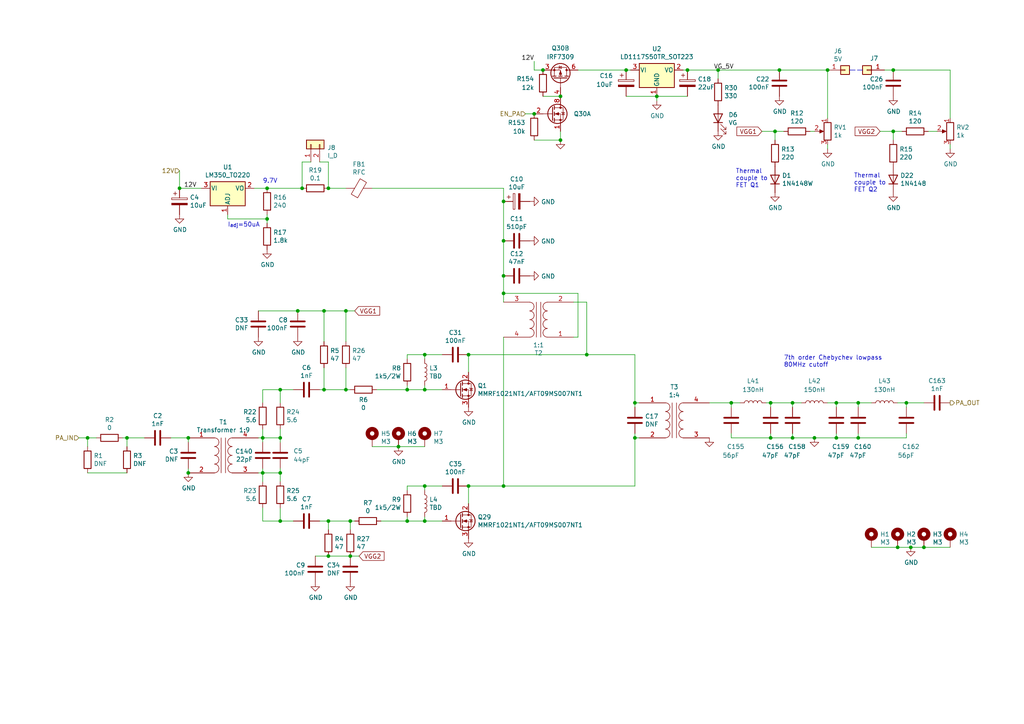
<source format=kicad_sch>
(kicad_sch (version 20211123) (generator eeschema)
  (paper "A4")
  (title_block (title "DART-70 TRX") (date "2023-02-02") (rev "0") (company "HB9EGM") (comment 1 "A 4m Band SSB/CW Transceiver") (comment 2 "Power Amplifier"))
  (lib_symbols
    (symbol "Connector_Generic:Conn_01x01" (pin_names (offset 1.016) hide)
      (property "Reference" "J" (at 0 2.54 0))
      (property "Value" "Conn_01x01" (at 0 -2.54 0))
      (symbol "Conn_01x01_1_1"
        (pin passive line (at -5.08 0 0) (length 3.81) (name "Pin_1") (number "1"))
      )
    )
    (symbol "Connector_Generic:Conn_01x02" (pin_names (offset 1.016) hide)
      (property "Reference" "J" (at 0 2.54 0))
      (property "Value" "Conn_01x02" (at 0 -5.08 0))
      (symbol "Conn_01x02_1_1"
        (pin passive line (at -5.08 0 0) (length 3.81) (name "Pin_1") (number "1"))
        (pin passive line (at -5.08 -2.54 0) (length 3.81) (name "Pin_2") (number "2"))
      )
    )
    (symbol "Device:C" (pin_numbers hide) (pin_names (offset 0.254))
      (property "Reference" "C" (at 0.635 2.54 0))
      (property "Value" "C" (at 0.635 -2.54 0))
      (symbol "C_1_1"
        (pin passive line (at 0 3.81 270) (length 2.794) (name "~") (number "1"))
        (pin passive line (at 0 -3.81 90) (length 2.794) (name "~") (number "2"))
      )
    )
    (symbol "Device:C_Polarized" (pin_numbers hide) (pin_names (offset 0.254))
      (property "Reference" "C" (at 0.635 2.54 0))
      (property "Value" "C_Polarized" (at 0.635 -2.54 0))
      (symbol "C_Polarized_1_1"
        (pin passive line (at 0 3.81 270) (length 2.794) (name "~") (number "1"))
        (pin passive line (at 0 -3.81 90) (length 2.794) (name "~") (number "2"))
      )
    )
    (symbol "Device:FerriteBead" (pin_numbers hide) (pin_names (offset 0))
      (property "Reference" "FB" (at -3.81 0.635 90))
      (property "Value" "FerriteBead" (at 3.81 0 90))
      (symbol "FerriteBead_1_1"
        (pin passive line (at 0 3.81 270) (length 2.54) (name "~") (number "1"))
        (pin passive line (at 0 -3.81 90) (length 2.54) (name "~") (number "2"))
      )
    )
    (symbol "Device:L" (pin_numbers hide) (pin_names (offset 1.016) hide)
      (property "Reference" "L" (at -1.27 0 90))
      (property "Value" "L" (at 1.905 0 90))
      (symbol "L_1_1"
        (pin passive line (at 0 3.81 270) (length 1.27) (name "1") (number "1"))
        (pin passive line (at 0 -3.81 90) (length 1.27) (name "2") (number "2"))
      )
    )
    (symbol "Device:LED" (pin_numbers hide) (pin_names (offset 1.016) hide)
      (property "Reference" "D" (at 0 2.54 0))
      (property "Value" "LED" (at 0 -2.54 0))
      (symbol "LED_1_1"
        (pin passive line (at -3.81 0 0) (length 2.54) (name "K") (number "1"))
        (pin passive line (at 3.81 0 180) (length 2.54) (name "A") (number "2"))
      )
    )
    (symbol "Device:Q_NMOS_GDS" (pin_names (offset 0) hide)
      (property "Reference" "Q" (at 5.08 1.27 0))
      (property "Value" "Q_NMOS_GDS" (at 5.08 -1.27 0))
      (symbol "Q_NMOS_GDS_1_1"
        (pin input line (at -5.08 0 0) (length 2.54) (name "G") (number "1"))
        (pin passive line (at 2.54 5.08 270) (length 2.54) (name "D") (number "2"))
        (pin passive line (at 2.54 -5.08 90) (length 2.54) (name "S") (number "3"))
      )
    )
    (symbol "Device:R" (pin_numbers hide) (pin_names (offset 0))
      (property "Reference" "R" (at 2.032 0 90))
      (property "Value" "R" (at 0 0 90))
      (symbol "R_1_1"
        (pin passive line (at 0 3.81 270) (length 1.27) (name "~") (number "1"))
        (pin passive line (at 0 -3.81 90) (length 1.27) (name "~") (number "2"))
      )
    )
    (symbol "Device:R_Potentiometer" (pin_names (offset 1.016) hide)
      (property "Reference" "RV" (at -4.445 0 90))
      (property "Value" "R_Potentiometer" (at -2.54 0 90))
      (symbol "R_Potentiometer_1_1"
        (pin passive line (at 0 3.81 270) (length 1.27) (name "1") (number "1"))
        (pin passive line (at 3.81 0 180) (length 1.27) (name "2") (number "2"))
        (pin passive line (at 0 -3.81 90) (length 1.27) (name "3") (number "3"))
      )
    )
    (symbol "Device:Transformer_1P_1S" (pin_names (offset 1.016) hide)
      (property "Reference" "T" (at 0 6.35 0))
      (property "Value" "Transformer_1P_1S" (at 0 -7.62 0))
      (symbol "Transformer_1P_1S_1_1"
        (pin passive line (at -10.16 5.08 0) (length 7.62) (name "AA") (number "1"))
        (pin passive line (at -10.16 -5.08 0) (length 7.62) (name "AB") (number "2"))
        (pin passive line (at 10.16 -5.08 180) (length 7.62) (name "SA") (number "3"))
        (pin passive line (at 10.16 5.08 180) (length 7.62) (name "SB") (number "4"))
      )
    )
    (symbol "Diode:1N4148W" (pin_numbers hide) (pin_names hide)
      (property "Reference" "D" (at 0 2.54 0))
      (property "Value" "1N4148W" (at 0 -2.54 0))
      (symbol "1N4148W_1_1"
        (pin passive line (at -3.81 0 0) (length 2.54) (name "K") (number "1"))
        (pin passive line (at 3.81 0 180) (length 2.54) (name "A") (number "2"))
      )
    )
    (symbol "Mechanical:MountingHole_Pad" (pin_numbers hide) (pin_names (offset 1.016) hide)
      (property "Reference" "H" (at 0 6.35 0))
      (property "Value" "MountingHole_Pad" (at 0 4.445 0))
      (symbol "MountingHole_Pad_1_1"
        (pin input line (at 0 -2.54 90) (length 2.54) (name "1") (number "1"))
      )
    )
    (symbol "Regulator_Linear:LD1117S50TR_SOT223" (pin_names (offset 0.254))
      (property "Reference" "U" (at -3.81 3.175 0))
      (property "Value" "LD1117S50TR_SOT223" (at 0 3.175 0))
      (symbol "LD1117S50TR_SOT223_1_1"
        (pin power_in line (at 0 -7.62 90) (length 2.54) (name "GND") (number "1"))
        (pin power_out line (at 7.62 0 180) (length 2.54) (name "VO") (number "2"))
        (pin power_in line (at -7.62 0 0) (length 2.54) (name "VI") (number "3"))
      )
    )
    (symbol "Regulator_Linear:LM350_TO220" (pin_names (offset 0.254))
      (property "Reference" "U" (at -3.81 3.175 0))
      (property "Value" "LM350_TO220" (at 0 3.175 0))
      (symbol "LM350_TO220_1_1"
        (pin input line (at 0 -7.62 90) (length 2.54) (name "ADJ") (number "1"))
        (pin power_out line (at 7.62 0 180) (length 2.54) (name "VO") (number "2"))
        (pin power_in line (at -7.62 0 0) (length 2.54) (name "VI") (number "3"))
      )
    )
    (symbol "Transistor_FET:IRF7309IPBF" (pin_names hide)
      (property "Reference" "Q" (at 5.08 1.905 0))
      (property "Value" "IRF7309IPBF" (at 5.08 0 0))
      (symbol "IRF7309IPBF_1_1"
        (pin passive line (at 2.54 -5.08 90) (length 2.54) (name "S") (number "1"))
        (pin input line (at -5.08 0 0) (length 2.54) (name "G") (number "2"))
        (pin passive line (at 2.54 5.08 270) (length 2.54) hide (name "D") (number "7"))
        (pin passive line (at 2.54 5.08 270) (length 2.54) (name "D") (number "8"))
      )
      (symbol "IRF7309IPBF_2_1"
        (pin passive line (at 2.54 -5.08 90) (length 2.54) (name "1") (number "3"))
        (pin input line (at -5.08 0 0) (length 2.54) (name "G") (number "4"))
        (pin passive line (at 2.54 5.08 270) (length 2.54) hide (name "D") (number "5"))
        (pin passive line (at 2.54 5.08 270) (length 2.54) (name "D") (number "6"))
      )
    )
    (symbol "power:GND" (power) (pin_names (offset 0))
      (property "Value" "GND" (at 0 -3.81 0))
      (symbol "GND_1_1"
        (pin power_in line (at 0 0 270) (length 0) hide (name "GND") (number "1"))
      )
    )
  )
  (junction (at 259.08 20.32))
  (junction (at 100.33 113.03))
  (junction (at 223.52 116.84))
  (junction (at 229.87 127))
  (junction (at 118.11 113.03))
  (junction (at 248.92 127))
  (junction (at 146.05 140.97))
  (junction (at 87.63 54.61))
  (junction (at 260.35 158.75))
  (junction (at 184.15 116.84))
  (junction (at 154.94 33.02))
  (junction (at 93.98 90.17))
  (junction (at 236.22 127))
  (junction (at 146.05 58.42))
  (junction (at 162.56 40.64))
  (junction (at 86.36 90.17))
  (junction (at 190.5 27.94))
  (junction (at 264.16 158.75))
  (junction (at 115.57 129.54))
  (junction (at 36.83 127))
  (junction (at 212.09 116.84))
  (junction (at 100.33 90.17))
  (junction (at 146.05 80.01))
  (junction (at 259.08 38.1))
  (junction (at 240.03 20.32))
  (junction (at 170.18 102.87))
  (junction (at 135.89 140.97))
  (junction (at 184.15 127))
  (junction (at 81.28 113.03))
  (junction (at 54.61 137.16))
  (junction (at 123.19 102.87))
  (junction (at 123.19 151.13))
  (junction (at 199.39 20.32))
  (junction (at 118.11 151.13))
  (junction (at 224.79 38.1))
  (junction (at 81.28 137.16))
  (junction (at 95.25 54.61))
  (junction (at 95.25 151.13))
  (junction (at 267.97 158.75))
  (junction (at 248.92 116.84))
  (junction (at 52.07 54.61))
  (junction (at 76.2 137.16))
  (junction (at 135.89 102.87))
  (junction (at 242.57 116.84))
  (junction (at 146.05 69.85))
  (junction (at 81.28 151.13))
  (junction (at 229.87 116.84))
  (junction (at 93.98 113.03))
  (junction (at 77.47 63.5))
  (junction (at 123.19 113.03))
  (junction (at 95.25 161.29))
  (junction (at 242.57 127))
  (junction (at 157.48 20.32))
  (junction (at 223.52 127))
  (junction (at 54.61 127))
  (junction (at 208.28 20.32))
  (junction (at 146.05 85.09))
  (junction (at 101.6 161.29))
  (junction (at 25.4 127))
  (junction (at 77.47 54.61))
  (junction (at 226.06 20.32))
  (junction (at 81.28 127))
  (junction (at 181.61 20.32))
  (junction (at 162.56 27.94))
  (junction (at 262.89 116.84))
  (junction (at 101.6 151.13))
  (junction (at 123.19 140.97))
  (junction (at 76.2 127))
  (wire (pts (xy 100.33 99.06) (xy 100.33 90.17)))
  (wire (pts (xy 262.89 125.73) (xy 262.89 127)))
  (wire (pts (xy 223.52 116.84) (xy 229.87 116.84)))
  (wire (pts (xy 93.98 113.03) (xy 93.98 106.68)))
  (wire (pts (xy 166.37 87.63) (xy 170.18 87.63)))
  (wire (pts (xy 81.28 124.46) (xy 81.28 127)))
  (wire (pts (xy 212.09 118.11) (xy 212.09 116.84)))
  (wire (pts (xy 76.2 135.89) (xy 76.2 137.16)))
  (wire (pts (xy 76.2 139.7) (xy 76.2 137.16)))
  (wire (pts (xy 101.6 151.13) (xy 95.25 151.13)))
  (wire (pts (xy 76.2 137.16) (xy 74.93 137.16)))
  (wire (pts (xy 81.28 139.7) (xy 81.28 137.16)))
  (wire (pts (xy 146.05 97.79) (xy 146.05 140.97)))
  (wire (pts (xy 229.87 125.73) (xy 229.87 127)))
  (wire (pts (xy 123.19 140.97) (xy 118.11 140.97)))
  (wire (pts (xy 242.57 125.73) (xy 242.57 127)))
  (wire (pts (xy 85.09 113.03) (xy 81.28 113.03)))
  (wire (pts (xy 259.08 38.1) (xy 261.62 38.1)))
  (wire (pts (xy 198.12 20.32) (xy 199.39 20.32)))
  (wire (pts (xy 135.89 140.97) (xy 146.05 140.97)))
  (wire (pts (xy 100.33 113.03) (xy 101.6 113.03)))
  (wire (pts (xy 146.05 54.61) (xy 146.05 58.42)))
  (wire (pts (xy 262.89 116.84) (xy 267.97 116.84)))
  (wire (pts (xy 212.09 127) (xy 212.09 125.73)))
  (wire (pts (xy 152.4 33.02) (xy 154.94 33.02)))
  (wire (pts (xy 275.59 34.29) (xy 275.59 20.32)))
  (wire (pts (xy 184.15 125.73) (xy 184.15 127)))
  (wire (pts (xy 123.19 113.03) (xy 128.27 113.03)))
  (wire (pts (xy 95.25 161.29) (xy 101.6 161.29)))
  (wire (pts (xy 223.52 125.73) (xy 223.52 127)))
  (wire (pts (xy 101.6 161.29) (xy 104.14 161.29)))
  (wire (pts (xy 260.35 158.75) (xy 264.16 158.75)))
  (wire (pts (xy 93.98 99.06) (xy 93.98 90.17)))
  (wire (pts (xy 184.15 116.84) (xy 184.15 118.11)))
  (wire (pts (xy 157.48 27.94) (xy 162.56 27.94)))
  (wire (pts (xy 92.71 46.99) (xy 95.25 46.99)))
  (wire (pts (xy 123.19 111.76) (xy 123.19 113.03)))
  (wire (pts (xy 118.11 111.76) (xy 118.11 113.03)))
  (wire (pts (xy 123.19 104.14) (xy 123.19 102.87)))
  (wire (pts (xy 229.87 127) (xy 223.52 127)))
  (wire (pts (xy 102.87 90.17) (xy 100.33 90.17)))
  (wire (pts (xy 128.27 140.97) (xy 123.19 140.97)))
  (wire (pts (xy 222.25 116.84) (xy 223.52 116.84)))
  (wire (pts (xy 248.92 116.84) (xy 242.57 116.84)))
  (wire (pts (xy 262.89 116.84) (xy 262.89 118.11)))
  (wire (pts (xy 162.56 38.1) (xy 162.56 40.64)))
  (wire (pts (xy 76.2 113.03) (xy 81.28 113.03)))
  (wire (pts (xy 52.07 54.61) (xy 58.42 54.61)))
  (wire (pts (xy 76.2 127) (xy 76.2 128.27)))
  (wire (pts (xy 81.28 127) (xy 76.2 127)))
  (wire (pts (xy 22.86 127) (xy 25.4 127)))
  (wire (pts (xy 205.74 116.84) (xy 212.09 116.84)))
  (wire (pts (xy 166.37 97.79) (xy 167.64 97.79)))
  (wire (pts (xy 36.83 129.54) (xy 36.83 127)))
  (wire (pts (xy 25.4 127) (xy 27.94 127)))
  (wire (pts (xy 93.98 90.17) (xy 86.36 90.17)))
  (wire (pts (xy 267.97 158.75) (xy 275.59 158.75)))
  (wire (pts (xy 66.04 63.5) (xy 77.47 63.5)))
  (wire (pts (xy 223.52 116.84) (xy 223.52 118.11)))
  (wire (pts (xy 81.28 135.89) (xy 81.28 137.16)))
  (wire (pts (xy 242.57 127) (xy 236.22 127)))
  (wire (pts (xy 181.61 27.94) (xy 190.5 27.94)))
  (wire (pts (xy 162.56 40.64) (xy 154.94 40.64)))
  (wire (pts (xy 66.04 63.5) (xy 66.04 62.23)))
  (wire (pts (xy 252.73 116.84) (xy 248.92 116.84)))
  (wire (pts (xy 73.66 54.61) (xy 77.47 54.61)))
  (wire (pts (xy 107.95 54.61) (xy 146.05 54.61)))
  (wire (pts (xy 256.54 20.32) (xy 259.08 20.32)))
  (wire (pts (xy 36.83 137.16) (xy 25.4 137.16)))
  (wire (pts (xy 259.08 40.64) (xy 259.08 38.1)))
  (wire (pts (xy 123.19 151.13) (xy 128.27 151.13)))
  (wire (pts (xy 100.33 90.17) (xy 93.98 90.17)))
  (wire (pts (xy 49.53 127) (xy 54.61 127)))
  (wire (pts (xy 236.22 127) (xy 229.87 127)))
  (wire (pts (xy 81.28 113.03) (xy 81.28 116.84)))
  (wire (pts (xy 242.57 116.84) (xy 242.57 118.11)))
  (polyline (pts (xy 246.38 20.32) (xy 250.19 20.32)))
  (wire (pts (xy 95.25 54.61) (xy 95.25 46.99)))
  (wire (pts (xy 123.19 142.24) (xy 123.19 140.97)))
  (wire (pts (xy 135.89 107.95) (xy 135.89 102.87)))
  (wire (pts (xy 242.57 116.84) (xy 240.03 116.84)))
  (wire (pts (xy 264.16 158.75) (xy 267.97 158.75)))
  (wire (pts (xy 81.28 137.16) (xy 76.2 137.16)))
  (wire (pts (xy 240.03 34.29) (xy 240.03 20.32)))
  (wire (pts (xy 224.79 40.64) (xy 224.79 38.1)))
  (wire (pts (xy 101.6 153.67) (xy 101.6 151.13)))
  (wire (pts (xy 262.89 127) (xy 248.92 127)))
  (wire (pts (xy 123.19 102.87) (xy 118.11 102.87)))
  (wire (pts (xy 54.61 135.89) (xy 54.61 137.16)))
  (wire (pts (xy 248.92 116.84) (xy 248.92 118.11)))
  (wire (pts (xy 35.56 127) (xy 36.83 127)))
  (wire (pts (xy 76.2 116.84) (xy 76.2 113.03)))
  (wire (pts (xy 76.2 127) (xy 74.93 127)))
  (wire (pts (xy 95.25 54.61) (xy 100.33 54.61)))
  (wire (pts (xy 199.39 20.32) (xy 208.28 20.32)))
  (wire (pts (xy 91.44 161.29) (xy 95.25 161.29)))
  (wire (pts (xy 115.57 129.54) (xy 123.19 129.54)))
  (wire (pts (xy 167.64 20.32) (xy 181.61 20.32)))
  (wire (pts (xy 109.22 113.03) (xy 118.11 113.03)))
  (wire (pts (xy 275.59 43.18) (xy 275.59 41.91)))
  (wire (pts (xy 76.2 124.46) (xy 76.2 127)))
  (wire (pts (xy 190.5 27.94) (xy 199.39 27.94)))
  (wire (pts (xy 181.61 20.32) (xy 182.88 20.32)))
  (wire (pts (xy 118.11 151.13) (xy 123.19 151.13)))
  (wire (pts (xy 118.11 149.86) (xy 118.11 151.13)))
  (wire (pts (xy 135.89 102.87) (xy 170.18 102.87)))
  (wire (pts (xy 118.11 113.03) (xy 123.19 113.03)))
  (wire (pts (xy 252.73 158.75) (xy 260.35 158.75)))
  (wire (pts (xy 269.24 38.1) (xy 271.78 38.1)))
  (wire (pts (xy 224.79 38.1) (xy 220.98 38.1)))
  (wire (pts (xy 128.27 102.87) (xy 123.19 102.87)))
  (wire (pts (xy 81.28 128.27) (xy 81.28 127)))
  (wire (pts (xy 77.47 64.77) (xy 77.47 63.5)))
  (wire (pts (xy 77.47 63.5) (xy 77.47 62.23)))
  (wire (pts (xy 76.2 151.13) (xy 76.2 147.32)))
  (wire (pts (xy 240.03 43.18) (xy 240.03 41.91)))
  (wire (pts (xy 184.15 127) (xy 185.42 127)))
  (wire (pts (xy 229.87 116.84) (xy 232.41 116.84)))
  (wire (pts (xy 227.33 38.1) (xy 224.79 38.1)))
  (wire (pts (xy 146.05 80.01) (xy 146.05 85.09)))
  (wire (pts (xy 190.5 29.21) (xy 190.5 27.94)))
  (wire (pts (xy 25.4 129.54) (xy 25.4 127)))
  (wire (pts (xy 36.83 127) (xy 41.91 127)))
  (wire (pts (xy 255.27 38.1) (xy 259.08 38.1)))
  (wire (pts (xy 135.89 140.97) (xy 135.89 146.05)))
  (wire (pts (xy 93.98 113.03) (xy 100.33 113.03)))
  (wire (pts (xy 167.64 97.79) (xy 167.64 85.09)))
  (wire (pts (xy 208.28 22.86) (xy 208.28 20.32)))
  (wire (pts (xy 95.25 153.67) (xy 95.25 151.13)))
  (wire (pts (xy 77.47 54.61) (xy 87.63 54.61)))
  (wire (pts (xy 154.94 17.78) (xy 154.94 20.32)))
  (wire (pts (xy 184.15 116.84) (xy 184.15 102.87)))
  (wire (pts (xy 167.64 85.09) (xy 146.05 85.09)))
  (wire (pts (xy 229.87 118.11) (xy 229.87 116.84)))
  (wire (pts (xy 95.25 151.13) (xy 92.71 151.13)))
  (wire (pts (xy 102.87 151.13) (xy 101.6 151.13)))
  (wire (pts (xy 154.94 20.32) (xy 157.48 20.32)))
  (wire (pts (xy 184.15 140.97) (xy 184.15 127)))
  (wire (pts (xy 170.18 87.63) (xy 170.18 102.87)))
  (wire (pts (xy 146.05 140.97) (xy 184.15 140.97)))
  (wire (pts (xy 184.15 102.87) (xy 170.18 102.87)))
  (wire (pts (xy 275.59 20.32) (xy 259.08 20.32)))
  (wire (pts (xy 146.05 85.09) (xy 146.05 87.63)))
  (wire (pts (xy 107.95 129.54) (xy 115.57 129.54)))
  (wire (pts (xy 248.92 125.73) (xy 248.92 127)))
  (wire (pts (xy 81.28 151.13) (xy 81.28 147.32)))
  (wire (pts (xy 240.03 20.32) (xy 226.06 20.32)))
  (wire (pts (xy 248.92 127) (xy 242.57 127)))
  (wire (pts (xy 54.61 128.27) (xy 54.61 127)))
  (wire (pts (xy 234.95 38.1) (xy 236.22 38.1)))
  (wire (pts (xy 118.11 102.87) (xy 118.11 104.14)))
  (wire (pts (xy 146.05 58.42) (xy 146.05 69.85)))
  (wire (pts (xy 118.11 140.97) (xy 118.11 142.24)))
  (wire (pts (xy 260.35 116.84) (xy 262.89 116.84)))
  (wire (pts (xy 110.49 151.13) (xy 118.11 151.13)))
  (wire (pts (xy 52.07 49.53) (xy 52.07 54.61)))
  (wire (pts (xy 212.09 116.84) (xy 214.63 116.84)))
  (wire (pts (xy 185.42 116.84) (xy 184.15 116.84)))
  (wire (pts (xy 100.33 106.68) (xy 100.33 113.03)))
  (wire (pts (xy 146.05 69.85) (xy 146.05 80.01)))
  (wire (pts (xy 208.28 20.32) (xy 226.06 20.32)))
  (wire (pts (xy 90.17 46.99) (xy 87.63 46.99)))
  (wire (pts (xy 85.09 151.13) (xy 81.28 151.13)))
  (wire (pts (xy 81.28 151.13) (xy 76.2 151.13)))
  (wire (pts (xy 123.19 149.86) (xy 123.19 151.13)))
  (wire (pts (xy 87.63 46.99) (xy 87.63 54.61)))
  (wire (pts (xy 223.52 127) (xy 212.09 127)))
  (wire (pts (xy 92.71 113.03) (xy 93.98 113.03)))
  (wire (pts (xy 74.93 90.17) (xy 86.36 90.17)))
  (text "Thermal\ncouple to\nFET Q2" (at 247.65 55.88 0) (effects (font (size 1.27 1.27)) (justify left bottom)))
  (text "9.7V" (at 76.2 53.34 0) (effects (font (size 1.27 1.27)) (justify left bottom)))
  (text "Thermal\ncouple to\nFET Q1" (at 213.36 54.61 0) (effects (font (size 1.27 1.27)) (justify left bottom)))
  (text "I_{adj}=50uA" (at 66.04 66.04 0) (effects (font (size 1.27 1.27)) (justify left bottom)))
  (text "7th order Chebychev lowpass\n80MHz cutoff" (at 227.33 106.68 0) (effects (font (size 1.27 1.27)) (justify left bottom)))
  (label "12V" (at 53.34 54.61 0))
  (label "VG_5V" (at 207.01 20.32 0))
  (label "12V" (at 154.94 17.78 180))
  (global_label "VGG2" (shape input) (at 104.14 161.29 0) (property "Intersheet References" "${INTERSHEET_REFS}" (effects hide)))
  (global_label "VGG1" (shape input) (at 102.87 90.17 0) (property "Intersheet References" "${INTERSHEET_REFS}" (effects hide)))
  (global_label "VGG2" (shape input) (at 255.27 38.1 180) (property "Intersheet References" "${INTERSHEET_REFS}" (effects hide)))
  (global_label "VGG1" (shape input) (at 220.98 38.1 180) (property "Intersheet References" "${INTERSHEET_REFS}" (effects hide)))
  (hierarchical_label "EN_PA" (shape input) (at 152.4 33.02 180))
  (hierarchical_label "PA_OUT" (shape output) (at 275.59 116.84 0))
  (hierarchical_label "12V" (shape input) (at 52.07 49.53 180))
  (hierarchical_label "PA_IN" (shape input) (at 22.86 127 180))
  (symbol (lib_id "Device:R") (at 224.79 44.45 0) (unit 1)
    (property "Reference" "R13" (at 226.568 43.2816 0) (effects (justify left)))
    (property "Value" "220" (at 226.568 45.593 0) (effects (justify left)))
    (property "Footprint" "Resistor_SMD:R_0805_2012Metric" (effects hide))
    (property "Need_order" "0" (effects hide))
  )
  (symbol (lib_id "Device:Transformer_1P_1S") (at 195.58 121.92 0) (unit 1)
    (property "Reference" "T3" (at 195.58 112.2426 0))
    (property "Value" "1:4" (at 195.58 114.554 0))
    (property "Footprint" "mmrf1021-pa:four_4mm_pads" (effects hide))
    (property "Need_order" "0" (effects hide))
  )
  (symbol (lib_id "Device:C") (at 184.15 121.92 180) (unit 1)
    (property "Reference" "C17" (at 187.071 120.7516 0) (effects (justify right)))
    (property "Value" "DNF" (at 187.071 123.063 0) (effects (justify right)))
    (property "Footprint" "mmrf1021-pa:two_2mm_pads" (effects hide))
    (property "Need_order" "0" (effects hide))
  )
  (symbol (lib_id "Device:C") (at 45.72 127 270) (unit 1)
    (property "Reference" "C2" (at 45.72 120.5992 90))
    (property "Value" "1nF" (at 45.72 122.9106 90))
    (property "Footprint" "Capacitor_SMD:C_0805_2012Metric" (effects hide))
    (property "MPN" "885612007040/VJ0805A102GXXPW1BC" (effects hide))
    (property "Need_order" "0" (effects hide))
  )
  (symbol (lib_id "Device:R_Potentiometer") (at 240.03 38.1 0) (mirror y) (unit 1)
    (property "Reference" "RV1" (at 241.808 36.9316 0) (effects (justify right)))
    (property "Value" "1k" (at 241.808 39.243 0) (effects (justify right)))
    (property "Footprint" "Potentiometer_SMD:Potentiometer_Bourns_3214W_Vertical" (effects hide))
    (property "MPN" "Bourns 3214W-1-102E" (effects hide))
    (property "Need_order" "0" (effects hide))
  )
  (symbol (lib_id "Device:C") (at 226.06 24.13 180) (unit 1)
    (property "Reference" "C22" (at 223.1644 22.9616 0) (effects (justify left)))
    (property "Value" "100nF" (at 223.1644 25.273 0) (effects (justify left)))
    (property "Footprint" "Capacitor_SMD:C_0805_2012Metric" (effects hide))
    (property "MPN" "GRM188R71H104KA93D" (effects hide))
    (property "Need_order" "0" (effects hide))
  )
  (symbol (lib_id "power:GND") (at 226.06 27.94 0) (unit 1)
    (property "Reference" "#PWR023" (effects hide))
    (property "Value" "GND" (at 226.187 32.3342 0))
  )
  (symbol (lib_id "Mechanical:MountingHole_Pad") (at 252.73 156.21 0) (unit 1)
    (property "Reference" "H1" (at 255.27 154.9654 0) (effects (justify left)))
    (property "Value" "M3" (at 255.27 157.2768 0) (effects (justify left)))
    (property "Footprint" "MountingHole:MountingHole_3.2mm_M3_DIN965_Pad" (effects hide))
    (property "Need_order" "0" (effects hide))
  )
  (symbol (lib_id "Mechanical:MountingHole_Pad") (at 260.35 156.21 0) (unit 1)
    (property "Reference" "H2" (at 262.89 154.9654 0) (effects (justify left)))
    (property "Value" "M3" (at 262.89 157.2768 0) (effects (justify left)))
    (property "Footprint" "MountingHole:MountingHole_3.2mm_M3_DIN965_Pad" (effects hide))
    (property "Need_order" "0" (effects hide))
  )
  (symbol (lib_id "Mechanical:MountingHole_Pad") (at 267.97 156.21 0) (unit 1)
    (property "Reference" "H3" (at 270.51 154.9654 0) (effects (justify left)))
    (property "Value" "M3" (at 270.51 157.2768 0) (effects (justify left)))
    (property "Footprint" "MountingHole:MountingHole_3.2mm_M3_DIN965_Pad" (effects hide))
    (property "Need_order" "0" (effects hide))
  )
  (symbol (lib_id "Mechanical:MountingHole_Pad") (at 275.59 156.21 0) (unit 1)
    (property "Reference" "H4" (at 278.13 154.9654 0) (effects (justify left)))
    (property "Value" "M3" (at 278.13 157.2768 0) (effects (justify left)))
    (property "Footprint" "MountingHole:MountingHole_3.2mm_M3_DIN965_Pad" (effects hide))
    (property "Need_order" "0" (effects hide))
  )
  (symbol (lib_id "power:GND") (at 264.16 158.75 0) (unit 1)
    (property "Reference" "#PWR08" (effects hide))
    (property "Value" "GND" (at 264.287 163.1442 0))
  )
  (symbol (lib_id "Diode:1N4148W") (at 224.79 52.07 90) (unit 1)
    (property "Reference" "D1" (at 226.822 50.9016 90) (effects (justify right)))
    (property "Value" "1N4148W" (at 226.822 53.213 90) (effects (justify right)))
    (property "Footprint" "Diode_SMD:D_SOD-123F" (effects hide))
    (property "Datasheet" "/home/bram/Sync/Doc/Datasheet/1N4148W-7-F.pdf" (effects hide))
  )
  (symbol (lib_id "power:GND") (at 224.79 55.88 0) (unit 1)
    (property "Reference" "#PWR024" (effects hide))
    (property "Value" "GND" (at 224.917 60.2742 0))
  )
  (symbol (lib_id "Mechanical:MountingHole_Pad") (at 123.19 127 0) (unit 1)
    (property "Reference" "H7" (at 125.73 125.7554 0) (effects (justify left)))
    (property "Value" "M3" (at 125.73 128.0668 0) (effects (justify left)))
    (property "Footprint" "MountingHole:MountingHole_3.2mm_M3_DIN965_Pad" (effects hide))
    (property "Need_order" "0" (effects hide))
  )
  (symbol (lib_id "Device:R") (at 100.33 102.87 0) (unit 1)
    (property "Reference" "R26" (at 102.108 101.7016 0) (effects (justify left)))
    (property "Value" "47" (at 102.108 104.013 0) (effects (justify left)))
    (property "Footprint" "Resistor_SMD:R_0805_2012Metric" (effects hide))
    (property "Need_order" "0" (effects hide))
  )
  (symbol (lib_id "Device:R") (at 101.6 157.48 0) (unit 1)
    (property "Reference" "R27" (at 103.378 156.3116 0) (effects (justify left)))
    (property "Value" "47" (at 103.378 158.623 0) (effects (justify left)))
    (property "Footprint" "Resistor_SMD:R_0805_2012Metric" (effects hide))
    (property "Need_order" "0" (effects hide))
  )
  (symbol (lib_id "Device:R") (at 81.28 143.51 0) (unit 1)
    (property "Reference" "R25" (at 83.058 142.3416 0) (effects (justify left)))
    (property "Value" "5.6" (at 83.058 144.653 0) (effects (justify left)))
    (property "Footprint" "Resistor_SMD:R_0805_2012Metric" (effects hide))
    (property "Need_order" "0" (effects hide))
  )
  (symbol (lib_id "Device:R") (at 76.2 143.51 0) (unit 1)
    (property "Reference" "R23" (at 74.4474 142.3416 0) (effects (justify right)))
    (property "Value" "5.6" (at 74.4474 144.653 0) (effects (justify right)))
    (property "Footprint" "Resistor_SMD:R_0805_2012Metric" (effects hide))
    (property "Need_order" "0" (effects hide))
  )
  (symbol (lib_id "Device:Transformer_1P_1S") (at 64.77 132.08 0) (unit 1)
    (property "Reference" "T1" (at 64.77 122.4026 0))
    (property "Value" "Transformer 1:9" (at 64.77 124.714 0))
    (property "Footprint" "mmrf1021-pa:four_4mm_pads_narrow" (effects hide))
    (property "Need_order" "0" (effects hide))
  )
  (symbol (lib_id "power:GND") (at 54.61 137.16 0) (unit 1)
    (property "Reference" "#PWR03" (effects hide))
    (property "Value" "GND" (at 54.737 141.5542 0))
  )
  (symbol (lib_id "Device:C") (at 54.61 132.08 180) (unit 1)
    (property "Reference" "C3" (at 51.7144 130.9116 0) (effects (justify left)))
    (property "Value" "DNF" (at 51.7144 133.223 0) (effects (justify left)))
    (property "Footprint" "Capacitor_SMD:C_0805_2012Metric" (effects hide))
    (property "Need_order" "0" (effects hide))
  )
  (symbol (lib_id "Device:R") (at 81.28 120.65 0) (unit 1)
    (property "Reference" "R24" (at 83.058 119.4816 0) (effects (justify left)))
    (property "Value" "5.6" (at 83.058 121.793 0) (effects (justify left)))
    (property "Footprint" "Resistor_SMD:R_0805_2012Metric" (effects hide))
    (property "Need_order" "0" (effects hide))
  )
  (symbol (lib_id "Device:R") (at 76.2 120.65 0) (unit 1)
    (property "Reference" "R22" (at 74.4474 119.4816 0) (effects (justify right)))
    (property "Value" "5.6" (at 74.4474 121.793 0) (effects (justify right)))
    (property "Footprint" "Resistor_SMD:R_0805_2012Metric" (effects hide))
    (property "Need_order" "0" (effects hide))
  )
  (symbol (lib_id "Device:C") (at 81.28 132.08 180) (unit 1)
    (property "Reference" "C5" (at 85.09 130.8099 0) (effects (justify right)))
    (property "Value" "44pF" (at 85.09 133.3499 0) (effects (justify right)))
    (property "Footprint" "Capacitor_SMD:C_0805_2012Metric" (effects hide))
    (property "MPN" "GQM2195C2E220JB2D" (effects hide))
    (property "Need_order" "0" (effects hide))
  )
  (symbol (lib_id "Device:C") (at 88.9 113.03 90) (unit 1)
    (property "Reference" "C6" (at 88.9 106.6292 90))
    (property "Value" "1nF" (at 88.9 108.9406 90))
    (property "Footprint" "Capacitor_SMD:C_0805_2012Metric" (effects hide))
    (property "MPN" "885612007040/VJ0805A102GXXPW1BC" (effects hide))
    (property "Need_order" "0" (effects hide))
  )
  (symbol (lib_id "Device:C") (at 88.9 151.13 90) (unit 1)
    (property "Reference" "C7" (at 88.9 144.7292 90))
    (property "Value" "1nF" (at 88.9 147.0406 90))
    (property "Footprint" "Capacitor_SMD:C_0805_2012Metric" (effects hide))
    (property "MPN" "885612007040/VJ0805A102GXXPW1BC" (effects hide))
    (property "Need_order" "0" (effects hide))
  )
  (symbol (lib_id "Device:R") (at 93.98 102.87 0) (unit 1)
    (property "Reference" "R5" (at 95.758 101.7016 0) (effects (justify left)))
    (property "Value" "47" (at 95.758 104.013 0) (effects (justify left)))
    (property "Footprint" "Resistor_SMD:R_0805_2012Metric" (effects hide))
    (property "Need_order" "0" (effects hide))
  )
  (symbol (lib_id "Device:C") (at 86.36 93.98 180) (unit 1)
    (property "Reference" "C8" (at 83.4644 92.8116 0) (effects (justify left)))
    (property "Value" "100nF" (at 83.4644 95.123 0) (effects (justify left)))
    (property "Footprint" "Capacitor_SMD:C_0805_2012Metric" (effects hide))
    (property "MPN" "GRM188R71H104KA93D" (effects hide))
    (property "Need_order" "0" (effects hide))
  )
  (symbol (lib_id "power:GND") (at 86.36 97.79 0) (unit 1)
    (property "Reference" "#PWR06" (effects hide))
    (property "Value" "GND" (at 86.487 102.1842 0))
  )
  (symbol (lib_id "Device:R") (at 95.25 157.48 0) (unit 1)
    (property "Reference" "R4" (at 97.028 156.3116 0) (effects (justify left)))
    (property "Value" "47" (at 97.028 158.623 0) (effects (justify left)))
    (property "Footprint" "Resistor_SMD:R_0805_2012Metric" (effects hide))
    (property "Need_order" "0" (effects hide))
  )
  (symbol (lib_id "power:GND") (at 91.44 168.91 0) (unit 1)
    (property "Reference" "#PWR07" (effects hide))
    (property "Value" "GND" (at 91.567 173.3042 0))
  )
  (symbol (lib_id "Device:R") (at 106.68 151.13 270) (unit 1)
    (property "Reference" "R7" (at 106.68 145.8722 90))
    (property "Value" "0" (at 106.68 148.1836 90))
    (property "Footprint" "Resistor_SMD:R_0805_2012Metric" (effects hide))
    (property "Need_order" "0" (effects hide))
  )
  (symbol (lib_id "Device:R") (at 105.41 113.03 270) (unit 1)
    (property "Reference" "R6" (at 105.41 115.951 90))
    (property "Value" "0" (at 105.41 118.2624 90))
    (property "Footprint" "Resistor_SMD:R_0805_2012Metric" (effects hide))
    (property "Need_order" "0" (effects hide))
  )
  (symbol (lib_id "Device:R") (at 118.11 146.05 0) (unit 1)
    (property "Reference" "R9" (at 116.332 144.8816 0) (effects (justify right)))
    (property "Value" "1k5/2W" (at 116.332 147.193 0) (effects (justify right)))
    (property "Footprint" "Resistor_SMD:R_0805_2012Metric" (effects hide))
    (property "Need_order" "0" (effects hide))
  )
  (symbol (lib_id "Device:L") (at 123.19 146.05 0) (unit 1)
    (property "Reference" "L4" (at 124.5108 144.8816 0) (effects (justify left)))
    (property "Value" "TBD" (at 124.5108 147.193 0) (effects (justify left)))
    (property "Footprint" "Inductor_SMD:L_1008_2520Metric" (effects hide))
  )
  (symbol (lib_id "power:GND") (at 101.6 168.91 0) (unit 1)
    (property "Reference" "#PWR0101" (effects hide))
    (property "Value" "GND" (at 101.727 173.3042 0))
  )
  (symbol (lib_id "Device:C") (at 101.6 165.1 180) (unit 1)
    (property "Reference" "C34" (at 98.7044 163.9316 0) (effects (justify left)))
    (property "Value" "DNF" (at 98.7044 166.243 0) (effects (justify left)))
    (property "Footprint" "Capacitor_SMD:C_0805_2012Metric" (effects hide))
    (property "Need_order" "0" (effects hide))
  )
  (symbol (lib_id "power:GND") (at 135.89 156.21 0) (unit 1)
    (property "Reference" "#PWR012" (effects hide))
    (property "Value" "GND" (at 136.017 160.6042 0))
  )
  (symbol (lib_id "Device:Transformer_1P_1S") (at 156.21 92.71 180) (unit 1)
    (property "Reference" "T2" (at 156.21 102.3874 0))
    (property "Value" "1:1" (at 156.21 100.076 0))
    (property "Footprint" "mmrf1021-pa:four_4mm_pads_narrow" (effects hide))
    (property "Need_order" "0" (effects hide))
  )
  (symbol (lib_id "Device:C") (at 74.93 93.98 180) (unit 1)
    (property "Reference" "C33" (at 72.0344 92.8116 0) (effects (justify left)))
    (property "Value" "DNF" (at 72.0344 95.123 0) (effects (justify left)))
    (property "Footprint" "Capacitor_SMD:C_0805_2012Metric" (effects hide))
    (property "Need_order" "0" (effects hide))
  )
  (symbol (lib_id "Device:Q_NMOS_GDS") (at 133.35 113.03 0) (unit 1)
    (property "Reference" "Q1" (at 138.5316 111.8616 0) (effects (justify left)))
    (property "Value" "MMRF1021NT1/AFT09MS007NT1" (at 138.5316 114.173 0) (effects (justify left)))
    (property "Footprint" "mmrf1021-pa:PLD-1.5W" (effects hide))
    (property "Need_order" "0" (effects hide))
  )
  (symbol (lib_id "Mechanical:MountingHole_Pad") (at 107.95 127 0) (unit 1)
    (property "Reference" "H5" (at 110.49 125.7554 0) (effects (justify left)))
    (property "Value" "M3" (at 110.49 128.0668 0) (effects (justify left)))
    (property "Footprint" "MountingHole:MountingHole_3.2mm_M3_DIN965_Pad" (effects hide))
    (property "Need_order" "0" (effects hide))
  )
  (symbol (lib_id "Mechanical:MountingHole_Pad") (at 115.57 127 0) (unit 1)
    (property "Reference" "H6" (at 118.11 125.7554 0) (effects (justify left)))
    (property "Value" "M3" (at 118.11 128.0668 0) (effects (justify left)))
    (property "Footprint" "MountingHole:MountingHole_3.2mm_M3_DIN965_Pad" (effects hide))
    (property "Need_order" "0" (effects hide))
  )
  (symbol (lib_id "power:GND") (at 115.57 129.54 0) (unit 1)
    (property "Reference" "#PWR09" (effects hide))
    (property "Value" "GND" (at 115.697 133.9342 0))
  )
  (symbol (lib_id "Device:R") (at 118.11 107.95 0) (unit 1)
    (property "Reference" "R8" (at 116.332 106.7816 0) (effects (justify right)))
    (property "Value" "1k5/2W" (at 116.332 109.093 0) (effects (justify right)))
    (property "Footprint" "Resistor_SMD:R_0805_2012Metric" (effects hide))
    (property "Need_order" "0" (effects hide))
  )
  (symbol (lib_id "Device:L") (at 123.19 107.95 0) (unit 1)
    (property "Reference" "L3" (at 124.5108 106.7816 0) (effects (justify left)))
    (property "Value" "TBD" (at 124.5108 109.093 0) (effects (justify left)))
    (property "Footprint" "Inductor_SMD:L_1008_2520Metric" (effects hide))
  )
  (symbol (lib_id "power:GND") (at 135.89 118.11 0) (unit 1)
    (property "Reference" "#PWR011" (effects hide))
    (property "Value" "GND" (at 136.017 122.5042 0))
  )
  (symbol (lib_id "power:GND") (at 74.93 97.79 0) (unit 1)
    (property "Reference" "#PWR0102" (effects hide))
    (property "Value" "GND" (at 75.057 102.1842 0))
  )
  (symbol (lib_id "Device:C") (at 149.86 80.01 270) (mirror x) (unit 1)
    (property "Reference" "C12" (at 149.86 73.6092 90))
    (property "Value" "47nF" (at 149.86 75.9206 90))
    (property "Footprint" "Capacitor_SMD:C_0805_2012Metric" (effects hide))
    (property "MPN" "C2012C0G1H333J125AA" (effects hide))
    (property "Need_order" "0" (effects hide))
  )
  (symbol (lib_id "Device:C") (at 149.86 69.85 270) (mirror x) (unit 1)
    (property "Reference" "C11" (at 149.86 63.4492 90))
    (property "Value" "510pF" (at 149.86 65.7606 90))
    (property "Footprint" "Capacitor_SMD:C_0805_2012Metric" (effects hide))
    (property "MPN" "GRM2165C2A511JA01D" (effects hide))
    (property "Need_order" "0" (effects hide))
  )
  (symbol (lib_id "power:GND") (at 153.67 80.01 90) (mirror x) (unit 1)
    (property "Reference" "#PWR015" (effects hide))
    (property "Value" "GND" (at 156.9212 80.137 90) (effects (justify right)))
  )
  (symbol (lib_id "power:GND") (at 153.67 69.85 90) (mirror x) (unit 1)
    (property "Reference" "#PWR014" (effects hide))
    (property "Value" "GND" (at 156.9212 69.977 90) (effects (justify right)))
  )
  (symbol (lib_id "Device:C_Polarized") (at 149.86 58.42 90) (mirror x) (unit 1)
    (property "Reference" "C10" (at 149.86 51.943 90))
    (property "Value" "10uF" (at 149.86 54.2544 90))
    (property "Footprint" "Capacitor_SMD:C_1210_3225Metric_Pad1.33x2.70mm_HandSolder" (effects hide))
    (property "MPN" "TAJA106K016RNJ" (effects hide))
    (property "Need_order" "0" (effects hide))
  )
  (symbol (lib_id "power:GND") (at 153.67 58.42 90) (mirror x) (unit 1)
    (property "Reference" "#PWR013" (effects hide))
    (property "Value" "GND" (at 156.9212 58.547 90) (effects (justify right)))
  )
  (symbol (lib_id "Device:FerriteBead") (at 104.14 54.61 90) (unit 1)
    (property "Reference" "FB1" (at 104.14 47.6504 90))
    (property "Value" "RFC" (at 104.14 49.9618 90))
    (property "Footprint" "mmrf1021-pa:large_inductor" (effects hide))
    (property "Need_order" "0" (effects hide))
  )
  (symbol (lib_id "Device:C_Polarized") (at 181.61 24.13 0) (unit 1)
    (property "Reference" "C16" (at 177.8 21.9709 0) (effects (justify right)))
    (property "Value" "10uF" (at 177.8 24.5109 0) (effects (justify right)))
    (property "Footprint" "Capacitor_SMD:C_1210_3225Metric_Pad1.33x2.70mm_HandSolder" (effects hide))
    (property "MPN" "TAJA106K016RNJ" (effects hide))
    (property "Need_order" "0" (effects hide))
  )
  (symbol (lib_id "Device:C_Polarized") (at 199.39 24.13 0) (unit 1)
    (property "Reference" "C18" (at 202.3872 22.9616 0) (effects (justify left)))
    (property "Value" "22uF" (at 202.3872 25.273 0) (effects (justify left)))
    (property "Footprint" "Capacitor_SMD:C_1210_3225Metric_Pad1.33x2.70mm_HandSolder" (effects hide))
    (property "MPN" "TAJA106K016RNJ" (effects hide))
    (property "Need_order" "0" (effects hide))
  )
  (symbol (lib_id "power:GND") (at 190.5 29.21 0) (unit 1)
    (property "Reference" "#PWR022" (effects hide))
    (property "Value" "GND" (at 190.627 33.6042 0))
  )
  (symbol (lib_id "Device:C_Polarized") (at 52.07 58.42 0) (unit 1)
    (property "Reference" "C4" (at 55.0672 57.2516 0) (effects (justify left)))
    (property "Value" "10uF" (at 55.0672 59.563 0) (effects (justify left)))
    (property "Footprint" "Capacitor_SMD:C_1210_3225Metric_Pad1.33x2.70mm_HandSolder" (effects hide))
    (property "MPN" "TAJA106K016RNJ" (effects hide))
    (property "Need_order" "0" (effects hide))
  )
  (symbol (lib_id "Regulator_Linear:LM350_TO220") (at 66.04 54.61 0) (unit 1)
    (property "Reference" "U1" (at 66.04 48.4632 0))
    (property "Value" "LM350_TO220" (at 66.04 50.7746 0))
    (property "Footprint" "mmrf1021-pa:TO-220-3_Vertical_SMD" (effects hide))
    (property "Datasheet" "https://www.onsemi.com/pub/Collateral/LM350-D.pdf" (effects hide))
    (property "Need_order" "0" (effects hide))
  )
  (symbol (lib_id "Device:R") (at 77.47 58.42 180) (unit 1)
    (property "Reference" "R16" (at 79.248 57.2516 0) (effects (justify right)))
    (property "Value" "240" (at 79.248 59.563 0) (effects (justify right)))
    (property "Footprint" "Resistor_SMD:R_0805_2012Metric" (effects hide))
    (property "Need_order" "0" (effects hide))
  )
  (symbol (lib_id "Device:R") (at 77.47 68.58 180) (unit 1)
    (property "Reference" "R17" (at 79.248 67.4116 0) (effects (justify right)))
    (property "Value" "1.8k" (at 79.248 69.723 0) (effects (justify right)))
    (property "Footprint" "Resistor_SMD:R_0805_2012Metric" (effects hide))
    (property "Need_order" "0" (effects hide))
  )
  (symbol (lib_id "power:GND") (at 77.47 72.39 0) (unit 1)
    (property "Reference" "#PWR021" (effects hide))
    (property "Value" "GND" (at 77.597 76.7842 0))
  )
  (symbol (lib_id "power:GND") (at 240.03 43.18 0) (unit 1)
    (property "Reference" "#PWR026" (effects hide))
    (property "Value" "GND" (at 240.157 47.5742 0))
  )
  (symbol (lib_id "Device:R") (at 231.14 38.1 270) (unit 1)
    (property "Reference" "R12" (at 231.14 32.8422 90))
    (property "Value" "120" (at 231.14 35.1536 90))
    (property "Footprint" "Resistor_SMD:R_0805_2012Metric" (effects hide))
    (property "Need_order" "0" (effects hide))
  )
  (symbol (lib_id "Device:R") (at 259.08 44.45 0) (unit 1)
    (property "Reference" "R15" (at 260.858 43.2816 0) (effects (justify left)))
    (property "Value" "220" (at 260.858 45.593 0) (effects (justify left)))
    (property "Footprint" "Resistor_SMD:R_0805_2012Metric" (effects hide))
    (property "Need_order" "0" (effects hide))
  )
  (symbol (lib_id "Device:R_Potentiometer") (at 275.59 38.1 0) (mirror y) (unit 1)
    (property "Reference" "RV2" (at 277.368 36.9316 0) (effects (justify right)))
    (property "Value" "1k" (at 277.368 39.243 0) (effects (justify right)))
    (property "Footprint" "Potentiometer_SMD:Potentiometer_Bourns_3214W_Vertical" (effects hide))
    (property "MPN" "Bourns 3214W-1-102E" (effects hide))
    (property "Need_order" "0" (effects hide))
  )
  (symbol (lib_id "Device:C") (at 259.08 24.13 180) (unit 1)
    (property "Reference" "C26" (at 256.1844 22.9616 0) (effects (justify left)))
    (property "Value" "100nF" (at 256.1844 25.273 0) (effects (justify left)))
    (property "Footprint" "Capacitor_SMD:C_0805_2012Metric" (effects hide))
    (property "MPN" "GRM188R71H104KA93D" (effects hide))
    (property "Need_order" "0" (effects hide))
  )
  (symbol (lib_id "power:GND") (at 259.08 27.94 0) (unit 1)
    (property "Reference" "#PWR030" (effects hide))
    (property "Value" "GND" (at 259.207 32.3342 0))
  )
  (symbol (lib_id "power:GND") (at 259.08 55.88 0) (unit 1)
    (property "Reference" "#PWR031" (effects hide))
    (property "Value" "GND" (at 259.207 60.2742 0))
  )
  (symbol (lib_id "power:GND") (at 275.59 43.18 0) (unit 1)
    (property "Reference" "#PWR033" (effects hide))
    (property "Value" "GND" (at 275.717 47.5742 0))
  )
  (symbol (lib_id "Device:R") (at 265.43 38.1 270) (unit 1)
    (property "Reference" "R14" (at 265.43 32.8422 90))
    (property "Value" "120" (at 265.43 35.1536 90))
    (property "Footprint" "Resistor_SMD:R_0805_2012Metric" (effects hide))
    (property "Need_order" "0" (effects hide))
  )
  (symbol (lib_id "Device:C") (at 91.44 165.1 180) (unit 1)
    (property "Reference" "C9" (at 88.5444 163.9316 0) (effects (justify left)))
    (property "Value" "100nF" (at 88.5444 166.243 0) (effects (justify left)))
    (property "Footprint" "Capacitor_SMD:C_0805_2012Metric" (effects hide))
    (property "MPN" "GRM188R71H104KA93D" (effects hide))
    (property "Need_order" "0" (effects hide))
  )
  (symbol (lib_id "power:GND") (at 52.07 62.23 0) (unit 1)
    (property "Reference" "#PWR010" (effects hide))
    (property "Value" "GND" (at 52.197 66.6242 0))
  )
  (symbol (lib_id "Device:R") (at 31.75 127 270) (unit 1)
    (property "Reference" "R2" (at 31.75 121.7422 90))
    (property "Value" "0" (at 31.75 124.0536 90))
    (property "Footprint" "Resistor_SMD:R_0805_2012Metric" (effects hide))
    (property "Need_order" "0" (effects hide))
  )
  (symbol (lib_id "Device:R") (at 25.4 133.35 180) (unit 1)
    (property "Reference" "R1" (at 27.178 132.1816 0) (effects (justify right)))
    (property "Value" "DNF" (at 27.178 134.493 0) (effects (justify right)))
    (property "Footprint" "Resistor_SMD:R_0805_2012Metric" (effects hide))
    (property "Need_order" "0" (effects hide))
  )
  (symbol (lib_id "Device:R") (at 36.83 133.35 180) (unit 1)
    (property "Reference" "R3" (at 38.608 132.1816 0) (effects (justify right)))
    (property "Value" "DNF" (at 38.608 134.493 0) (effects (justify right)))
    (property "Footprint" "Resistor_SMD:R_0805_2012Metric" (effects hide))
    (property "Need_order" "0" (effects hide))
  )
  (symbol (lib_id "Device:R") (at 91.44 54.61 90) (unit 1)
    (property "Reference" "R19" (at 91.44 49.3522 90))
    (property "Value" "0.1" (at 91.44 51.6636 90))
    (property "Footprint" "Resistor_SMD:R_1210_3225Metric_Pad1.30x2.65mm_HandSolder" (effects hide))
    (property "Need_order" "0" (effects hide))
  )
  (symbol (lib_id "Connector_Generic:Conn_01x01") (at 245.11 20.32 0) (unit 1)
    (property "Reference" "J6" (at 243.0272 14.8082 0))
    (property "Value" "5V" (at 243.0272 17.1196 0))
    (property "Footprint" "TestPoint:TestPoint_Pad_4.0x4.0mm" (effects hide))
    (property "Need_order" "0" (effects hide))
  )
  (symbol (lib_id "Connector_Generic:Conn_01x01") (at 251.46 20.32 180) (unit 1)
    (property "Reference" "J7" (at 253.5428 16.9418 0))
    (property "Value" "5V" (effects hide))
    (property "Footprint" "TestPoint:TestPoint_Pad_4.0x4.0mm" (effects hide))
    (property "Need_order" "0" (effects hide))
  )
  (symbol (lib_id "Connector_Generic:Conn_01x02") (at 90.17 41.91 90) (unit 1)
    (property "Reference" "J8" (at 94.9452 42.8244 90) (effects (justify right)))
    (property "Value" "I_D" (at 94.9452 45.1358 90) (effects (justify right)))
    (property "Footprint" "mmrf1021-pa:two_2mm_pads" (effects hide))
    (property "Need_order" "0" (effects hide))
  )
  (symbol (lib_id "Device:C") (at 132.08 102.87 90) (unit 1)
    (property "Reference" "C31" (at 132.08 96.4692 90))
    (property "Value" "100nF" (at 132.08 98.7806 90))
    (property "Footprint" "Capacitor_SMD:C_0805_2012Metric" (effects hide))
    (property "MPN" "GRM31C5C1H104JA01L" (effects hide))
    (property "Need_order" "0" (effects hide))
  )
  (symbol (lib_id "Device:C") (at 132.08 140.97 90) (unit 1)
    (property "Reference" "C35" (at 132.08 134.5692 90))
    (property "Value" "100nF" (at 132.08 136.8806 90))
    (property "Footprint" "Capacitor_SMD:C_0805_2012Metric" (effects hide))
    (property "MPN" "GRM31C5C1H104JA01L" (effects hide))
    (property "Need_order" "0" (effects hide))
  )
  (symbol (lib_id "Regulator_Linear:LD1117S50TR_SOT223") (at 190.5 20.32 0) (unit 1)
    (property "Reference" "U2" (at 190.5 14.1732 0))
    (property "Value" "LD1117S50TR_SOT223" (at 190.5 16.4846 0))
    (property "Footprint" "Package_TO_SOT_SMD:SOT-223-3_TabPin2" (effects hide))
    (property "Datasheet" "http://www.st.com/st-web-ui/static/active/en/resource/technical/document/datasheet/CD00000544.pdf" (effects hide))
    (property "Need_order" "0" (effects hide))
  )
  (symbol (lib_id "Device:R") (at 208.28 26.67 180) (unit 1)
    (property "Reference" "R30" (at 210.058 25.5016 0) (effects (justify right)))
    (property "Value" "330" (at 210.058 27.813 0) (effects (justify right)))
    (property "Footprint" "Resistor_SMD:R_0805_2012Metric" (effects hide))
    (property "Need_order" "0" (effects hide))
  )
  (symbol (lib_id "Device:LED") (at 208.28 34.29 90) (unit 1)
    (property "Reference" "D6" (at 211.2772 33.2994 90) (effects (justify right)))
    (property "Value" "VG" (at 211.2772 35.6108 90) (effects (justify right)))
    (property "Footprint" "LED_SMD:LED_1206_3216Metric_Pad1.42x1.75mm_HandSolder" (effects hide))
    (property "Need_order" "0" (effects hide))
  )
  (symbol (lib_id "power:GND") (at 208.28 38.1 0) (unit 1)
    (property "Reference" "#PWR043" (effects hide))
    (property "Value" "GND" (at 208.407 42.4942 0))
  )
  (symbol (lib_id "Transistor_FET:IRF7309IPBF") (at 160.02 33.02 0) (unit 1)
    (property "Reference" "Q30" (at 166.37 33.0199 0) (effects (justify left)))
    (property "Value" "IRF7309" (effects hide))
    (property "Footprint" "Package_SO:SOIC-8_3.9x4.9mm_P1.27mm" (effects hide))
    (property "Datasheet" "http://www.irf.com/product-info/datasheets/data/irf7309ipbf.pdf" (effects hide))
    (property "MPN" "IRF7309TRPBF" (effects hide))
    (property "Need_order" "0" (effects hide))
  )
  (symbol (lib_id "Device:R") (at 154.94 36.83 180) (unit 1)
    (property "Reference" "R153" (at 152.4 35.5599 0) (effects (justify left)))
    (property "Value" "10k" (at 152.4 38.0999 0) (effects (justify left)))
    (property "Footprint" "Resistor_SMD:R_0603_1608Metric_Pad0.98x0.95mm_HandSolder" (effects hide))
    (property "Need_order" "0" (effects hide))
  )
  (symbol (lib_id "Transistor_FET:IRF7309IPBF") (at 162.56 22.86 270) (mirror x) (unit 2)
    (property "Reference" "Q30" (at 162.56 13.97 90))
    (property "Value" "IRF7309" (at 162.56 16.51 90))
    (property "Footprint" "Package_SO:SOIC-8_3.9x4.9mm_P1.27mm" (effects hide))
    (property "Datasheet" "http://www.irf.com/product-info/datasheets/data/irf7309ipbf.pdf" (effects hide))
    (property "MPN" "IRF7309TRPBF" (effects hide))
    (property "Need_order" "0" (effects hide))
  )
  (symbol (lib_id "Device:L") (at 256.54 116.84 90) (unit 1)
    (property "Reference" "L43" (at 256.54 110.49 90))
    (property "Value" "130nH" (at 256.54 113.03 90))
    (property "Footprint" "mpb:large_inductor" (effects hide))
  )
  (symbol (lib_id "power:GND") (at 236.22 127 0) (unit 1)
    (property "Reference" "#PWR0202" (effects hide))
    (property "Value" "GND" (effects hide))
  )
  (symbol (lib_id "Device:C") (at 248.92 121.92 180) (unit 1)
    (property "Reference" "C160" (at 247.65 129.54 0) (effects (justify right)))
    (property "Value" "47pF" (at 246.38 132.08 0) (effects (justify right)))
    (property "Footprint" "Capacitor_SMD:C_0603_1608Metric_Pad1.08x0.95mm_HandSolder" (effects hide))
    (property "Datasheet" "/home/bram/Sync/Doc/Datasheet/CBR KEMET capacitors.pdf" (effects hide))
    (property "MPN" "CBR" (effects hide))
    (property "Need_order" "0" (effects hide))
  )
  (symbol (lib_id "Device:C") (at 229.87 121.92 180) (unit 1)
    (property "Reference" "C158" (at 228.6 129.54 0) (effects (justify right)))
    (property "Value" "47pF" (at 227.33 132.08 0) (effects (justify right)))
    (property "Footprint" "Capacitor_SMD:C_0603_1608Metric_Pad1.08x0.95mm_HandSolder" (effects hide))
    (property "Datasheet" "/home/bram/Sync/Doc/Datasheet/CBR KEMET capacitors.pdf" (effects hide))
    (property "MPN" "CBR" (effects hide))
    (property "Need_order" "0" (effects hide))
  )
  (symbol (lib_id "Device:Q_NMOS_GDS") (at 133.35 151.13 0) (unit 1)
    (property "Reference" "Q29" (at 138.5316 149.9616 0) (effects (justify left)))
    (property "Value" "MMRF1021NT1/AFT09MS007NT1" (at 138.5316 152.273 0) (effects (justify left)))
    (property "Footprint" "mpb:PLD-1.5W" (effects hide))
    (property "Need_order" "0" (effects hide))
  )
  (symbol (lib_id "Device:C") (at 271.78 116.84 270) (unit 1)
    (property "Reference" "C163" (at 271.78 110.4392 90))
    (property "Value" "1nF" (at 271.78 112.7506 90))
    (property "Footprint" "Capacitor_SMD:C_0805_2012Metric_Pad1.18x1.45mm_HandSolder" (effects hide))
    (property "MPN" "885612007040/VJ0805A102GXXPW1BC" (effects hide))
    (property "Need_order" "0" (effects hide))
  )
  (symbol (lib_id "Diode:1N4148W") (at 259.08 52.07 90) (unit 1)
    (property "Reference" "D22" (at 261.112 50.9016 90) (effects (justify right)))
    (property "Value" "1N4148" (at 261.112 53.213 90) (effects (justify right)))
    (property "Footprint" "mpb:two_2mm_pads_for_diode" (effects hide))
    (property "Datasheet" "/home/bram/Sync/Doc/Datasheet/1N4148W-7-F.pdf" (effects hide))
  )
  (symbol (lib_id "Device:L") (at 218.44 116.84 90) (unit 1)
    (property "Reference" "L41" (at 218.44 110.49 90))
    (property "Value" "130nH" (at 218.44 113.03 90))
    (property "Footprint" "mpb:large_inductor" (effects hide))
  )
  (symbol (lib_id "power:GND") (at 162.56 40.64 0) (unit 1)
    (property "Reference" "#PWR0196" (effects hide))
    (property "Value" "GND" (effects hide))
  )
  (symbol (lib_id "Device:L") (at 236.22 116.84 90) (unit 1)
    (property "Reference" "L42" (at 236.22 110.49 90))
    (property "Value" "150nH" (at 236.22 113.03 90))
    (property "Footprint" "mpb:large_inductor" (effects hide))
  )
  (symbol (lib_id "Device:C") (at 223.52 121.92 180) (unit 1)
    (property "Reference" "C156" (at 222.25 129.54 0) (effects (justify right)))
    (property "Value" "47pF" (at 220.98 132.08 0) (effects (justify right)))
    (property "Footprint" "Capacitor_SMD:C_0603_1608Metric_Pad1.08x0.95mm_HandSolder" (effects hide))
    (property "Datasheet" "/home/bram/Sync/Doc/Datasheet/CBR KEMET capacitors.pdf" (effects hide))
    (property "MPN" "CBR" (effects hide))
    (property "Need_order" "0" (effects hide))
  )
  (symbol (lib_id "Device:C") (at 76.2 132.08 180) (unit 1)
    (property "Reference" "C140" (at 73.3044 130.9116 0) (effects (justify left)))
    (property "Value" "22pF" (at 73.3044 133.223 0) (effects (justify left)))
    (property "Footprint" "Capacitor_SMD:C_0805_2012Metric_Pad1.18x1.45mm_HandSolder" (effects hide))
    (property "MPN" "GQM2195C2E220JB2D" (effects hide))
    (property "Need_order" "0" (effects hide))
  )
  (symbol (lib_id "power:GND") (at 205.74 127 0) (unit 1)
    (property "Reference" "#PWR0198" (effects hide))
    (property "Value" "GND" (effects hide))
  )
  (symbol (lib_id "Device:R") (at 157.48 24.13 0) (unit 1)
    (property "Reference" "R154" (at 154.94 22.8599 0) (effects (justify right)))
    (property "Value" "12k" (at 154.94 25.3999 0) (effects (justify right)))
    (property "Footprint" "Resistor_SMD:R_0603_1608Metric_Pad0.98x0.95mm_HandSolder" (effects hide))
    (property "Need_order" "0" (effects hide))
  )
  (symbol (lib_id "Device:C") (at 262.89 121.92 180) (unit 1)
    (property "Reference" "C162" (at 261.62 129.54 0) (effects (justify right)))
    (property "Value" "56pF" (at 260.35 132.08 0) (effects (justify right)))
    (property "Footprint" "Capacitor_SMD:C_0805_2012Metric_Pad1.18x1.45mm_HandSolder" (effects hide))
    (property "MPN" "VJ0805A560JXAMC" (effects hide))
    (property "Need_order" "1" (effects hide))
  )
  (symbol (lib_id "Device:C") (at 212.09 121.92 180) (unit 1)
    (property "Reference" "C155" (at 210.82 129.54 0) (effects (justify right)))
    (property "Value" "56pF" (at 209.55 132.08 0) (effects (justify right)))
    (property "Footprint" "Capacitor_SMD:C_0805_2012Metric_Pad1.18x1.45mm_HandSolder" (effects hide))
    (property "MPN" "VJ0805A560JXAMC" (effects hide))
    (property "Need_order" "1" (effects hide))
  )
  (symbol (lib_id "Device:C") (at 242.57 121.92 180) (unit 1)
    (property "Reference" "C159" (at 241.3 129.54 0) (effects (justify right)))
    (property "Value" "47pF" (at 240.03 132.08 0) (effects (justify right)))
    (property "Footprint" "Capacitor_SMD:C_0603_1608Metric_Pad1.08x0.95mm_HandSolder" (effects hide))
    (property "Datasheet" "/home/bram/Sync/Doc/Datasheet/CBR KEMET capacitors.pdf" (effects hide))
    (property "MPN" "CBR" (effects hide))
    (property "Need_order" "0" (effects hide))
  )
)
</source>
